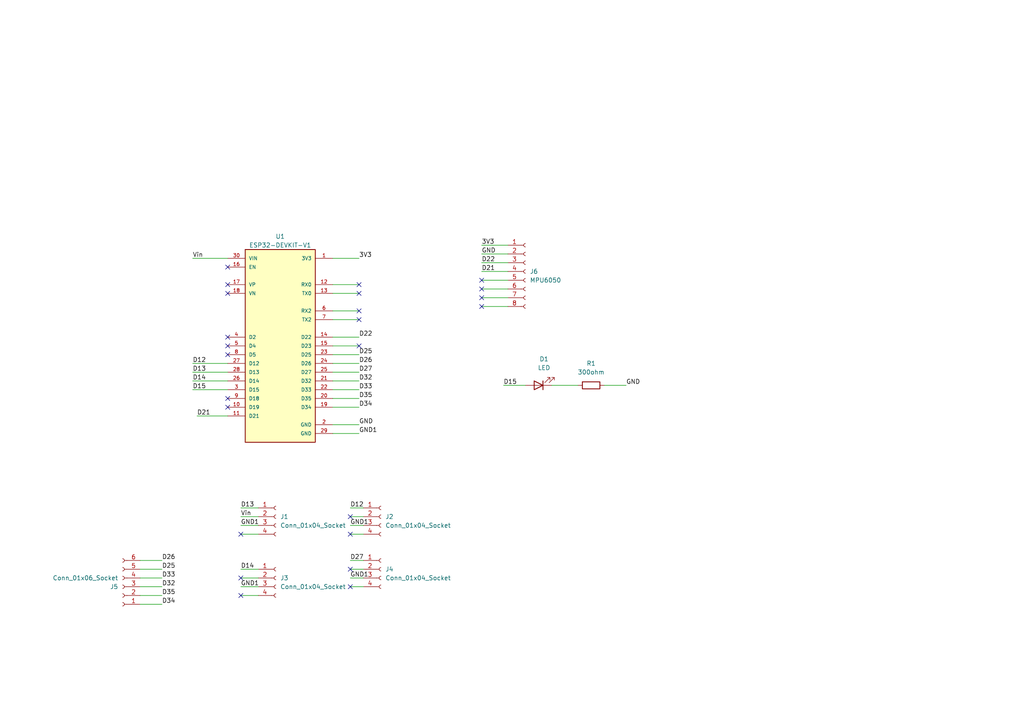
<source format=kicad_sch>
(kicad_sch (version 20231120) (generator "eeschema") (generator_version "8.0")
  (paper "A4")
  (lib_symbols
    (symbol "Connector:Conn_01x04_Socket" (pin_names (offset 1.016) hide)
      (property "Reference" "J" (at 0 5.08 0))
      (property "Value" "Conn_01x04_Socket" (at 0 -7.62 0))
      (symbol "Conn_01x04_Socket_1_1"
        (arc (start 0 -4.572) (mid -0.5058 -5.08) (end 0 -5.588) (stroke (width 0.1524)))
        (arc (start 0 -2.032) (mid -0.5058 -2.54) (end 0 -3.048) (stroke (width 0.1524)))
        (polyline (pts (xy -1.27 -5.08) (xy -0.508 -5.08)) (stroke (width 0.1524)))
        (polyline (pts (xy -1.27 -2.54) (xy -0.508 -2.54)) (stroke (width 0.1524)))
        (polyline (pts (xy -1.27 0) (xy -0.508 0)) (stroke (width 0.1524)))
        (polyline (pts (xy -1.27 2.54) (xy -0.508 2.54)) (stroke (width 0.1524)))
        (arc (start 0 0.508) (mid -0.5058 0) (end 0 -0.508) (stroke (width 0.1524)))
        (arc (start 0 3.048) (mid -0.5058 2.54) (end 0 2.032) (stroke (width 0.1524)))
        (pin passive line (at -5.08 2.54 0) (length 3.81) (name "Pin_1") (number "1"))
        (pin passive line (at -5.08 0 0) (length 3.81) (name "Pin_2") (number "2"))
        (pin passive line (at -5.08 -2.54 0) (length 3.81) (name "Pin_3") (number "3"))
        (pin passive line (at -5.08 -5.08 0) (length 3.81) (name "Pin_4") (number "4"))
      )
    )
    (symbol "Connector:Conn_01x06_Socket" (pin_names (offset 1.016) hide)
      (property "Reference" "J" (at 0 7.62 0))
      (property "Value" "Conn_01x06_Socket" (at 0 -10.16 0))
      (symbol "Conn_01x06_Socket_1_1"
        (arc (start 0 -7.112) (mid -0.5058 -7.62) (end 0 -8.128) (stroke (width 0.1524)))
        (arc (start 0 -4.572) (mid -0.5058 -5.08) (end 0 -5.588) (stroke (width 0.1524)))
        (arc (start 0 -2.032) (mid -0.5058 -2.54) (end 0 -3.048) (stroke (width 0.1524)))
        (polyline (pts (xy -1.27 -7.62) (xy -0.508 -7.62)) (stroke (width 0.1524)))
        (polyline (pts (xy -1.27 -5.08) (xy -0.508 -5.08)) (stroke (width 0.1524)))
        (polyline (pts (xy -1.27 -2.54) (xy -0.508 -2.54)) (stroke (width 0.1524)))
        (polyline (pts (xy -1.27 0) (xy -0.508 0)) (stroke (width 0.1524)))
        (polyline (pts (xy -1.27 2.54) (xy -0.508 2.54)) (stroke (width 0.1524)))
        (polyline (pts (xy -1.27 5.08) (xy -0.508 5.08)) (stroke (width 0.1524)))
        (arc (start 0 0.508) (mid -0.5058 0) (end 0 -0.508) (stroke (width 0.1524)))
        (arc (start 0 3.048) (mid -0.5058 2.54) (end 0 2.032) (stroke (width 0.1524)))
        (arc (start 0 5.588) (mid -0.5058 5.08) (end 0 4.572) (stroke (width 0.1524)))
        (pin passive line (at -5.08 5.08 0) (length 3.81) (name "Pin_1") (number "1"))
        (pin passive line (at -5.08 2.54 0) (length 3.81) (name "Pin_2") (number "2"))
        (pin passive line (at -5.08 0 0) (length 3.81) (name "Pin_3") (number "3"))
        (pin passive line (at -5.08 -2.54 0) (length 3.81) (name "Pin_4") (number "4"))
        (pin passive line (at -5.08 -5.08 0) (length 3.81) (name "Pin_5") (number "5"))
        (pin passive line (at -5.08 -7.62 0) (length 3.81) (name "Pin_6") (number "6"))
      )
    )
    (symbol "Connector:Conn_01x08_Socket" (pin_names (offset 1.016) hide)
      (property "Reference" "J6" (at 1.27 0.0001 0))
      (property "Value" "Conn_01x08_Socket" (at 1.27 -2.5399 0))
      (symbol "Conn_01x08_Socket_1_1"
        (arc (start 0 -9.652) (mid -0.5058 -10.16) (end 0 -10.668) (stroke (width 0.1524)))
        (arc (start 0 -7.112) (mid -0.5058 -7.62) (end 0 -8.128) (stroke (width 0.1524)))
        (arc (start 0 -4.572) (mid -0.5058 -5.08) (end 0 -5.588) (stroke (width 0.1524)))
        (arc (start 0 -2.032) (mid -0.5058 -2.54) (end 0 -3.048) (stroke (width 0.1524)))
        (polyline (pts (xy -1.27 -10.16) (xy -0.508 -10.16)) (stroke (width 0.1524)))
        (polyline (pts (xy -1.27 -7.62) (xy -0.508 -7.62)) (stroke (width 0.1524)))
        (polyline (pts (xy -1.27 -5.08) (xy -0.508 -5.08)) (stroke (width 0.1524)))
        (polyline (pts (xy -1.27 -2.54) (xy -0.508 -2.54)) (stroke (width 0.1524)))
        (polyline (pts (xy -1.27 0) (xy -0.508 0)) (stroke (width 0.1524)))
        (polyline (pts (xy -1.27 2.54) (xy -0.508 2.54)) (stroke (width 0.1524)))
        (polyline (pts (xy -1.27 5.08) (xy -0.508 5.08)) (stroke (width 0.1524)))
        (polyline (pts (xy -1.27 7.62) (xy -0.508 7.62)) (stroke (width 0.1524)))
        (arc (start 0 0.508) (mid -0.5058 0) (end 0 -0.508) (stroke (width 0.1524)))
        (arc (start 0 3.048) (mid -0.5058 2.54) (end 0 2.032) (stroke (width 0.1524)))
        (arc (start 0 5.588) (mid -0.5058 5.08) (end 0 4.572) (stroke (width 0.1524)))
        (arc (start 0 8.128) (mid -0.5058 7.62) (end 0 7.112) (stroke (width 0.1524)))
        (pin bidirectional line (at -5.08 7.62 0) (length 3.81) (name "VCC") (number "1"))
        (pin bidirectional line (at -5.08 5.08 0) (length 3.81) (name "GND") (number "2"))
        (pin bidirectional line (at -5.08 2.54 0) (length 3.81) (name "SCL") (number "3"))
        (pin bidirectional line (at -5.08 0 0) (length 3.81) (name "SDA") (number "4"))
        (pin bidirectional line (at -5.08 -2.54 0) (length 3.81) (name "XDA") (number "5"))
        (pin bidirectional line (at -5.08 -5.08 0) (length 3.81) (name "XCL") (number "6"))
        (pin bidirectional line (at -5.08 -7.62 0) (length 3.81) (name "ADO") (number "7"))
        (pin bidirectional line (at -5.08 -10.16 0) (length 3.81) (name "INT") (number "8"))
      )
    )
    (symbol "Device:LED" (pin_numbers hide) (pin_names (offset 1.016) hide)
      (property "Reference" "D" (at 0 2.54 0))
      (property "Value" "LED" (at 0 -2.54 0))
      (symbol "LED_0_1"
        (polyline (pts (xy -1.27 -1.27) (xy -1.27 1.27)) (stroke (width 0.254)))
        (polyline (pts (xy -1.27 0) (xy 1.27 0)))
        (polyline (pts (xy 1.27 -1.27) (xy 1.27 1.27) (xy -1.27 0) (xy 1.27 -1.27)) (stroke (width 0.254)))
        (polyline (pts (xy -3.048 -0.762) (xy -4.572 -2.286) (xy -3.81 -2.286) (xy -4.572 -2.286) (xy -4.572 -1.524)))
        (polyline (pts (xy -1.778 -0.762) (xy -3.302 -2.286) (xy -2.54 -2.286) (xy -3.302 -2.286) (xy -3.302 -1.524)))
      )
      (symbol "LED_1_1"
        (pin passive line (at -3.81 0 0) (length 2.54) (name "K") (number "1"))
        (pin passive line (at 3.81 0 180) (length 2.54) (name "A") (number "2"))
      )
    )
    (symbol "Device:R" (pin_numbers hide) (pin_names (offset 0))
      (property "Reference" "R" (at 2.032 0 90))
      (property "Value" "R" (at 0 0 90))
      (symbol "R_0_1"
        (rectangle (start -1.016 -2.54) (end 1.016 2.54) (stroke (width 0.254)))
      )
      (symbol "R_1_1"
        (pin passive line (at 0 3.81 270) (length 1.27) (name "~") (number "1"))
        (pin passive line (at 0 -3.81 90) (length 1.27) (name "~") (number "2"))
      )
    )
    (symbol "ESP32-DEVKIT-V1:ESP32-DEVKIT-V1" (pin_names (offset 1.016))
      (property "Reference" "U1" (at 0 31.75 0))
      (property "Value" "ESP32-DEVKIT-V1" (at 0 29.21 0))
      (symbol "ESP32-DEVKIT-V1_0_0"
        (rectangle (start -10.16 -27.94) (end 10.16 27.94) (stroke (width 0.254)) (fill (type background)))
        (pin output line (at 15.24 25.4 180) (length 5.08) (name "3V3") (number "1"))
        (pin bidirectional line (at -15.24 -17.78 0) (length 5.08) (name "D19") (number "10"))
        (pin bidirectional line (at -15.24 -20.32 0) (length 5.08) (name "D21") (number "11"))
        (pin input line (at 15.24 17.78 180) (length 5.08) (name "RX0") (number "12"))
        (pin output line (at 15.24 15.24 180) (length 5.08) (name "TX0") (number "13"))
        (pin bidirectional line (at 15.24 2.54 180) (length 5.08) (name "D22") (number "14"))
        (pin bidirectional line (at 15.24 0 180) (length 5.08) (name "D23") (number "15"))
        (pin input line (at -15.24 22.86 0) (length 5.08) (name "EN") (number "16"))
        (pin bidirectional line (at -15.24 17.78 0) (length 5.08) (name "VP") (number "17"))
        (pin bidirectional line (at -15.24 15.24 0) (length 5.08) (name "VN") (number "18"))
        (pin bidirectional line (at 15.24 -17.78 180) (length 5.08) (name "D34") (number "19"))
        (pin bidirectional line (at 15.24 -15.24 180) (length 5.08) (name "D35") (number "20"))
        (pin bidirectional line (at 15.24 -10.16 180) (length 5.08) (name "D32") (number "21"))
        (pin bidirectional line (at 15.24 -12.7 180) (length 5.08) (name "D33") (number "22"))
        (pin bidirectional line (at 15.24 -2.54 180) (length 5.08) (name "D25") (number "23"))
        (pin bidirectional line (at 15.24 -5.08 180) (length 5.08) (name "D26") (number "24"))
        (pin bidirectional line (at 15.24 -7.62 180) (length 5.08) (name "D27") (number "25"))
        (pin bidirectional line (at -15.24 -10.16 0) (length 5.08) (name "D14") (number "26"))
        (pin bidirectional line (at -15.24 -5.08 0) (length 5.08) (name "D12") (number "27"))
        (pin bidirectional line (at -15.24 -7.62 0) (length 5.08) (name "D13") (number "28"))
        (pin bidirectional line (at -15.24 -12.7 0) (length 5.08) (name "D15") (number "3"))
        (pin input line (at -15.24 25.4 0) (length 5.08) (name "VIN") (number "30"))
        (pin bidirectional line (at -15.24 2.54 0) (length 5.08) (name "D2") (number "4"))
        (pin bidirectional line (at -15.24 0 0) (length 5.08) (name "D4") (number "5"))
        (pin input line (at 15.24 10.16 180) (length 5.08) (name "RX2") (number "6"))
        (pin output line (at 15.24 7.62 180) (length 5.08) (name "TX2") (number "7"))
        (pin bidirectional line (at -15.24 -2.54 0) (length 5.08) (name "D5") (number "8"))
        (pin bidirectional line (at -15.24 -15.24 0) (length 5.08) (name "D18") (number "9"))
      )
      (symbol "ESP32-DEVKIT-V1_1_0"
        (pin bidirectional line (at 15.24 -22.86 180) (length 5.08) (name "GND") (number "2"))
        (pin bidirectional line (at 15.24 -25.4 180) (length 5.08) (name "GND") (number "29"))
      )
    )
  )
  (no_connect (at 101.6 149.86))
  (no_connect (at 66.04 77.47))
  (no_connect (at 101.6 165.1))
  (no_connect (at 104.14 85.09))
  (no_connect (at 66.04 85.09))
  (no_connect (at 66.04 102.87))
  (no_connect (at 66.04 100.33))
  (no_connect (at 104.14 82.55))
  (no_connect (at 104.14 92.71))
  (no_connect (at 139.7 83.82))
  (no_connect (at 139.7 81.28))
  (no_connect (at 66.04 118.11))
  (no_connect (at 66.04 82.55))
  (no_connect (at 139.7 88.9))
  (no_connect (at 69.85 172.72))
  (no_connect (at 69.85 154.94))
  (no_connect (at 66.04 115.57))
  (no_connect (at 66.04 97.79))
  (no_connect (at 139.7 86.36))
  (no_connect (at 104.14 100.33))
  (no_connect (at 101.6 154.94))
  (no_connect (at 104.14 90.17))
  (no_connect (at 101.6 170.18))
  (no_connect (at 69.85 167.64))
  (wire (pts (xy 40.64 172.72) (xy 46.99 172.72)))
  (wire (pts (xy 101.6 162.56) (xy 105.41 162.56)))
  (wire (pts (xy 147.32 76.2) (xy 139.7 76.2)))
  (wire (pts (xy 69.85 147.32) (xy 74.93 147.32)))
  (wire (pts (xy 96.52 97.79) (xy 104.14 97.79)))
  (wire (pts (xy 139.7 86.36) (xy 147.32 86.36)))
  (wire (pts (xy 139.7 78.74) (xy 147.32 78.74)))
  (wire (pts (xy 96.52 118.11) (xy 104.14 118.11)))
  (wire (pts (xy 40.64 162.56) (xy 46.99 162.56)))
  (wire (pts (xy 139.7 83.82) (xy 147.32 83.82)))
  (wire (pts (xy 101.6 165.1) (xy 105.41 165.1)))
  (wire (pts (xy 96.52 113.03) (xy 104.14 113.03)))
  (wire (pts (xy 101.6 147.32) (xy 105.41 147.32)))
  (wire (pts (xy 69.85 149.86) (xy 74.93 149.86)))
  (wire (pts (xy 96.52 82.55) (xy 104.14 82.55)))
  (wire (pts (xy 55.88 105.41) (xy 66.04 105.41)))
  (wire (pts (xy 69.85 167.64) (xy 74.93 167.64)))
  (wire (pts (xy 101.6 167.64) (xy 105.41 167.64)))
  (wire (pts (xy 55.88 107.95) (xy 66.04 107.95)))
  (wire (pts (xy 55.88 113.03) (xy 66.04 113.03)))
  (wire (pts (xy 69.85 172.72) (xy 74.93 172.72)))
  (wire (pts (xy 40.64 170.18) (xy 46.99 170.18)))
  (wire (pts (xy 96.52 92.71) (xy 104.14 92.71)))
  (wire (pts (xy 101.6 154.94) (xy 105.41 154.94)))
  (wire (pts (xy 69.85 170.18) (xy 74.93 170.18)))
  (wire (pts (xy 55.88 74.93) (xy 66.04 74.93)))
  (wire (pts (xy 139.7 71.12) (xy 147.32 71.12)))
  (wire (pts (xy 101.6 152.4) (xy 105.41 152.4)))
  (wire (pts (xy 101.6 170.18) (xy 105.41 170.18)))
  (wire (pts (xy 40.64 165.1) (xy 46.99 165.1)))
  (wire (pts (xy 175.26 111.76) (xy 181.61 111.76)))
  (wire (pts (xy 96.52 90.17) (xy 104.14 90.17)))
  (wire (pts (xy 160.02 111.76) (xy 167.64 111.76)))
  (wire (pts (xy 40.64 175.26) (xy 46.99 175.26)))
  (wire (pts (xy 139.7 81.28) (xy 147.32 81.28)))
  (wire (pts (xy 96.52 74.93) (xy 104.14 74.93)))
  (wire (pts (xy 96.52 105.41) (xy 104.14 105.41)))
  (wire (pts (xy 139.7 73.66) (xy 147.32 73.66)))
  (wire (pts (xy 96.52 123.19) (xy 104.14 123.19)))
  (wire (pts (xy 69.85 152.4) (xy 74.93 152.4)))
  (wire (pts (xy 96.52 107.95) (xy 104.14 107.95)))
  (wire (pts (xy 96.52 85.09) (xy 104.14 85.09)))
  (wire (pts (xy 96.52 125.73) (xy 104.14 125.73)))
  (wire (pts (xy 96.52 115.57) (xy 104.14 115.57)))
  (wire (pts (xy 139.7 88.9) (xy 147.32 88.9)))
  (wire (pts (xy 146.05 111.76) (xy 152.4 111.76)))
  (wire (pts (xy 96.52 102.87) (xy 104.14 102.87)))
  (wire (pts (xy 57.15 120.65) (xy 66.04 120.65)))
  (wire (pts (xy 40.64 167.64) (xy 46.99 167.64)))
  (wire (pts (xy 101.6 149.86) (xy 105.41 149.86)))
  (wire (pts (xy 69.85 154.94) (xy 74.93 154.94)))
  (wire (pts (xy 96.52 100.33) (xy 104.14 100.33)))
  (wire (pts (xy 55.88 110.49) (xy 66.04 110.49)))
  (wire (pts (xy 69.85 165.1) (xy 74.93 165.1)))
  (wire (pts (xy 96.52 110.49) (xy 104.14 110.49)))
  (label "GND1" (at 101.6 167.64 0))
  (label "D21" (at 139.7 78.74 0))
  (label "D26" (at 46.99 162.56 0))
  (label "3V3" (at 104.14 74.93 0))
  (label "GND" (at 139.7 73.66 0))
  (label "D12" (at 101.6 147.32 0))
  (label "D13" (at 69.85 147.32 0))
  (label "GND" (at 181.61 111.76 0))
  (label "D33" (at 46.99 167.64 0))
  (label "D32" (at 46.99 170.18 0))
  (label "GND1" (at 69.85 170.18 0))
  (label "D22" (at 104.14 97.79 0))
  (label "D33" (at 104.14 113.03 0))
  (label "GND1" (at 104.14 125.73 0))
  (label "D34" (at 46.99 175.26 0))
  (label "GND1" (at 101.6 152.4 0))
  (label "D21" (at 57.15 120.65 0))
  (label "Vin" (at 69.85 149.86 0))
  (label "D15" (at 55.88 113.03 0))
  (label "D22" (at 139.7 76.2 0))
  (label "D27" (at 104.14 107.95 0))
  (label "D35" (at 46.99 172.72 0))
  (label "Vin" (at 55.88 74.93 0))
  (label "GND" (at 104.14 123.19 0))
  (label "D26" (at 104.14 105.41 0))
  (label "D34" (at 104.14 118.11 0))
  (label "D13" (at 55.88 107.95 0))
  (label "3V3" (at 139.7 71.12 0))
  (label "D35" (at 104.14 115.57 0))
  (label "D25" (at 46.99 165.1 0))
  (label "GND1" (at 69.85 152.4 0))
  (label "D27" (at 101.6 162.56 0))
  (label "D12" (at 55.88 105.41 0))
  (label "D14" (at 55.88 110.49 0))
  (label "D25" (at 104.14 102.87 0))
  (label "D32" (at 104.14 110.49 0))
  (label "D14" (at 69.85 165.1 0))
  (label "D15" (at 146.05 111.76 0))
  (symbol (lib_id "Device:LED") (at 156.21 111.76 180) (unit 1)
    (property "Reference" "D1" (at 157.7975 104.14 0))
    (property "Value" "LED" (at 157.7975 106.68 0))
    (property "Footprint" "LED_THT:LED_D3.0mm_FlatTop" (effects (hide yes)))
    (property "Description" "Light emitting diode" (effects (hide yes)))
  )
  (symbol (lib_id "Connector:Conn_01x04_Socket") (at 110.49 165.1 0) (unit 1)
    (property "Reference" "J4" (at 111.76 165.0999 0) (effects (justify left)))
    (property "Value" "Conn_01x04_Socket" (at 111.76 167.6399 0) (effects (justify left)))
    (property "Footprint" "Connector_PinSocket_1.00mm:PinSocket_1x04_P1.00mm_Vertical" (effects (hide yes)))
    (property "Description" "Generic connector, single row, 01x04, script generated" (effects (hide yes)))
  )
  (symbol (lib_id "Connector:Conn_01x06_Socket") (at 35.56 170.18 180) (unit 1)
    (property "Reference" "J5" (at 34.29 170.1801 0) (effects (justify left)))
    (property "Value" "Conn_01x06_Socket" (at 34.29 167.6401 0) (effects (justify left)))
    (property "Footprint" "Connector_PinSocket_1.00mm:PinSocket_1x06_P1.00mm_Vertical" (effects (hide yes)))
    (property "Description" "Generic connector, single row, 01x06, script generated" (effects (hide yes)))
  )
  (symbol (lib_id "Connector:Conn_01x08_Socket") (at 152.4 78.74 0) (unit 1)
    (property "Reference" "J6" (at 153.67 78.7399 0) (effects (justify left)))
    (property "Value" "MPU6050" (at 153.67 81.2799 0) (effects (justify left)))
    (property "Footprint" "Connector_PinSocket_1.00mm:PinSocket_1x08_P1.00mm_Vertical" (effects (hide yes)))
    (property "Description" "Generic connector, single row, 01x08, script generated" (effects (hide yes)))
  )
  (symbol (lib_id "Connector:Conn_01x04_Socket") (at 80.01 167.64 0) (unit 1)
    (property "Reference" "J3" (at 81.28 167.6399 0) (effects (justify left)))
    (property "Value" "Conn_01x04_Socket" (at 81.28 170.1799 0) (effects (justify left)))
    (property "Footprint" "Connector_PinSocket_1.00mm:PinSocket_1x04_P1.00mm_Vertical" (effects (hide yes)))
    (property "Description" "Generic connector, single row, 01x04, script generated" (effects (hide yes)))
  )
  (symbol (lib_id "ESP32-DEVKIT-V1:ESP32-DEVKIT-V1") (at 81.28 100.33 0) (unit 1)
    (property "Reference" "U1" (at 81.28 68.58 0))
    (property "Value" "ESP32-DEVKIT-V1" (at 81.28 71.12 0))
    (property "Footprint" "ESP32-DEVKIT-V1 (1):MODULE_ESP32_DEVKIT_V1" (effects (hide yes)))
    (property "MF" "Do it" (effects (hide yes)))
    (property "MAXIMUM_PACKAGE_HEIGHT" "6.8 mm" (effects (hide yes)))
    (property "Package" "None" (effects (hide yes)))
    (property "Price" "None" (effects (hide yes)))
    (property "Check_prices" "https://www.snapeda.com/parts/ESP32-DEVKIT-V1/Do+it/view-part/?ref=eda" (effects (hide yes)))
    (property "STANDARD" "Manufacturer Recommendations" (effects (hide yes)))
    (property "PARTREV" "N/A" (effects (hide yes)))
    (property "SnapEDA_Link" "https://www.snapeda.com/parts/ESP32-DEVKIT-V1/Do+it/view-part/?ref=snap" (effects (hide yes)))
    (property "MP" "ESP32-DEVKIT-V1" (effects (hide yes)))
    (property "Description_1" "\n                        \n                            Dual core, Wi-Fi: 2.4 GHz up to 150 Mbits/s,BLE (Bluetooth Low Energy) and legacy Bluetooth, 32 bits, Up to 240 MHz\n                        \n" (effects (hide yes)))
    (property "Availability" "Not in stock" (effects (hide yes)))
    (property "MANUFACTURER" "DOIT" (effects (hide yes)))
  )
  (symbol (lib_id "Device:R") (at 171.45 111.76 90) (unit 1)
    (property "Reference" "R1" (at 171.45 105.41 90))
    (property "Value" "300ohm" (at 171.45 107.95 90))
    (property "Footprint" "Resistor_THT:R_Axial_DIN0204_L3.6mm_D1.6mm_P1.90mm_Vertical" (effects (hide yes)))
    (property "Description" "Resistor" (effects (hide yes)))
  )
  (symbol (lib_id "Connector:Conn_01x04_Socket") (at 80.01 149.86 0) (unit 1)
    (property "Reference" "J1" (at 81.28 149.8599 0) (effects (justify left)))
    (property "Value" "Conn_01x04_Socket" (at 81.28 152.3999 0) (effects (justify left)))
    (property "Footprint" "Connector_PinSocket_1.00mm:PinSocket_1x04_P1.00mm_Vertical" (effects (hide yes)))
    (property "Description" "Generic connector, single row, 01x04, script generated" (effects (hide yes)))
  )
  (symbol (lib_id "Connector:Conn_01x04_Socket") (at 110.49 149.86 0) (unit 1)
    (property "Reference" "J2" (at 111.76 149.8599 0) (effects (justify left)))
    (property "Value" "Conn_01x04_Socket" (at 111.76 152.3999 0) (effects (justify left)))
    (property "Footprint" "Connector_PinSocket_1.00mm:PinSocket_1x04_P1.00mm_Vertical" (effects (hide yes)))
    (property "Description" "Generic connector, single row, 01x04, script generated" (effects (hide yes)))
  )
)
</source>
